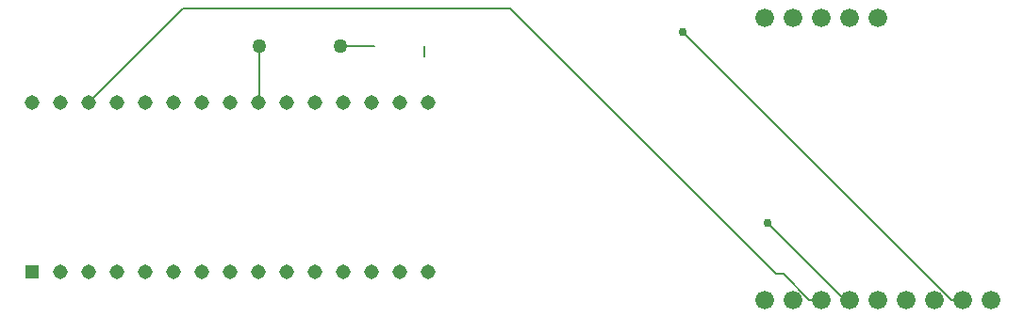
<source format=gbr>
G04 EAGLE Gerber RS-274X export*
G75*
%MOMM*%
%FSLAX34Y34*%
%LPD*%
%INBottom Copper*%
%IPPOS*%
%AMOC8*
5,1,8,0,0,1.08239X$1,22.5*%
G01*
G04 Define Apertures*
%ADD10C,1.676400*%
%ADD11C,1.260000*%
%ADD12R,1.308000X1.308000*%
%ADD13C,1.308000*%
%ADD14C,0.152400*%
%ADD15C,0.756400*%
D10*
X746800Y177800D03*
X772200Y177800D03*
X797600Y177800D03*
X823000Y177800D03*
X848400Y177800D03*
X873800Y177800D03*
X899200Y177800D03*
X924600Y177800D03*
X950000Y177800D03*
X746800Y431800D03*
X772200Y431800D03*
X797600Y431800D03*
X823000Y431800D03*
X848400Y431800D03*
D11*
X293340Y406400D03*
X365740Y406400D03*
D12*
X88900Y203200D03*
D13*
X114300Y203200D03*
X139700Y203200D03*
X165100Y203200D03*
X190500Y203200D03*
X215900Y203200D03*
X241300Y203200D03*
X266700Y203200D03*
X292100Y203200D03*
X317500Y203200D03*
X342900Y203200D03*
X368300Y203200D03*
X393700Y203200D03*
X419100Y203200D03*
X444500Y203200D03*
X444500Y355600D03*
X419100Y355600D03*
X393700Y355600D03*
X368300Y355600D03*
X342900Y355600D03*
X317500Y355600D03*
X292100Y355600D03*
X266700Y355600D03*
X241300Y355600D03*
X215900Y355600D03*
X190500Y355600D03*
X165100Y355600D03*
X139700Y355600D03*
X114300Y355600D03*
X88900Y355600D03*
D14*
X365740Y406400D02*
X396678Y406400D01*
X441522Y406400D02*
X441522Y397113D01*
X518464Y440386D02*
X757682Y201168D01*
X224486Y440386D02*
X139700Y355600D01*
X787287Y177800D02*
X797600Y177800D01*
X787287Y177800D02*
X763919Y201168D01*
X757682Y201168D01*
X518464Y440386D02*
X224486Y440386D01*
X749300Y247650D02*
X819150Y177800D01*
X823000Y177800D01*
D15*
X749300Y247650D03*
D14*
X746800Y177800D02*
X742950Y177800D01*
X293340Y356840D02*
X293340Y406400D01*
X293340Y356840D02*
X292100Y355600D01*
D15*
X673100Y419100D03*
D14*
X914400Y177800D01*
X924600Y177800D01*
M02*

</source>
